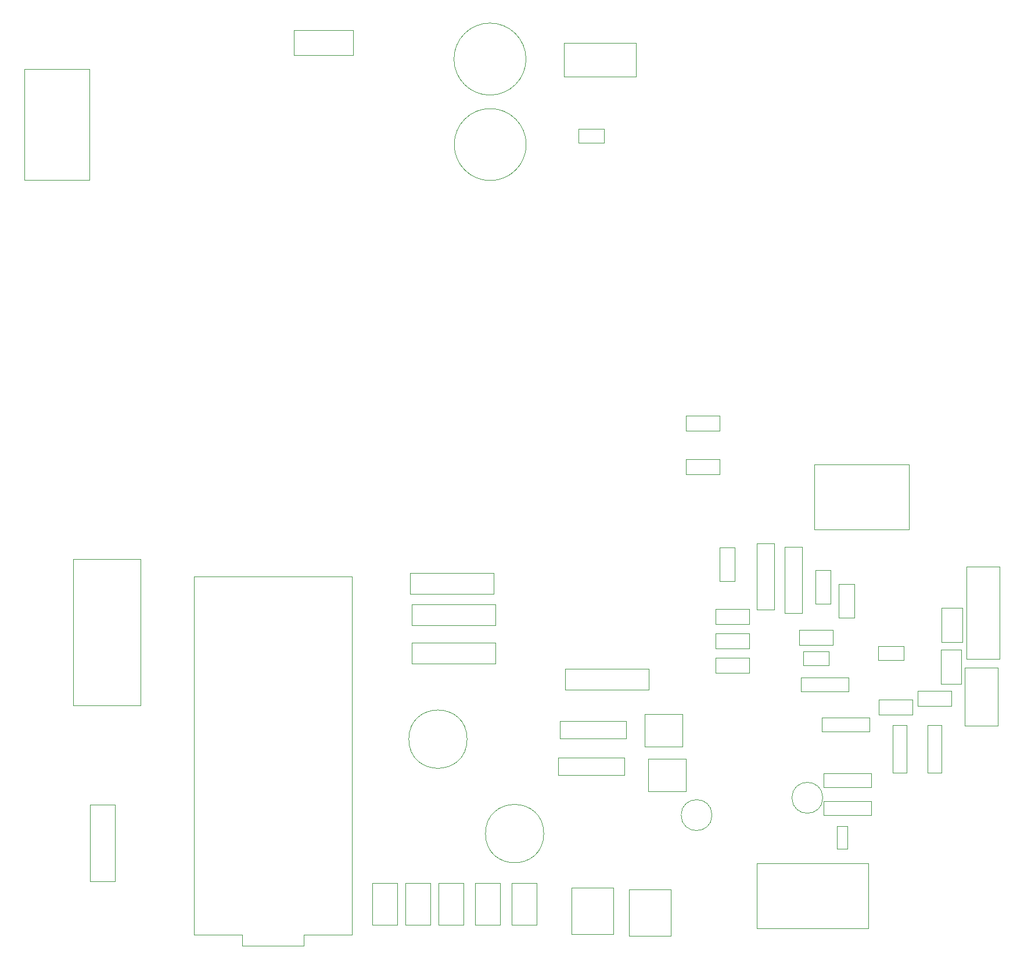
<source format=gbr>
%TF.GenerationSoftware,KiCad,Pcbnew,7.0.1*%
%TF.CreationDate,2023-05-11T18:44:24-05:00*%
%TF.ProjectId,CircuitoPotencia,43697263-7569-4746-9f50-6f74656e6369,rev?*%
%TF.SameCoordinates,Original*%
%TF.FileFunction,Other,User*%
%FSLAX46Y46*%
G04 Gerber Fmt 4.6, Leading zero omitted, Abs format (unit mm)*
G04 Created by KiCad (PCBNEW 7.0.1) date 2023-05-11 18:44:24*
%MOMM*%
%LPD*%
G01*
G04 APERTURE LIST*
%ADD10C,0.050000*%
G04 APERTURE END LIST*
D10*
%TO.C,SW2*%
X97947500Y-146839000D02*
X97947500Y-140689000D01*
X97947500Y-140689000D02*
X94347500Y-140689000D01*
X94347500Y-146839000D02*
X97947500Y-146839000D01*
X94347500Y-140689000D02*
X94347500Y-146839000D01*
%TO.C,J3*%
X45850000Y-93460000D02*
X45850000Y-114820000D01*
X45850000Y-114820000D02*
X55750000Y-114820000D01*
X55750000Y-93460000D02*
X45850000Y-93460000D01*
X55750000Y-114820000D02*
X55750000Y-93460000D01*
%TO.C,R7*%
X95216000Y-100100000D02*
X95216000Y-103100000D01*
X95216000Y-103100000D02*
X107476000Y-103100000D01*
X107476000Y-100100000D02*
X95216000Y-100100000D01*
X107476000Y-103100000D02*
X107476000Y-100100000D01*
%TO.C,J1*%
X51973500Y-140484000D02*
X51973500Y-129284000D01*
X51973500Y-129284000D02*
X48373500Y-129284000D01*
X48373500Y-140484000D02*
X51973500Y-140484000D01*
X48373500Y-129284000D02*
X48373500Y-140484000D01*
%TO.C,R10*%
X173900000Y-114912000D02*
X169000000Y-114912000D01*
X173900000Y-112672000D02*
X173900000Y-114912000D01*
X169000000Y-114912000D02*
X169000000Y-112672000D01*
X169000000Y-112672000D02*
X173900000Y-112672000D01*
%TO.C,C5*%
X152298000Y-106970000D02*
X156058000Y-106970000D01*
X152298000Y-108930000D02*
X152298000Y-106970000D01*
X156058000Y-106970000D02*
X156058000Y-108930000D01*
X156058000Y-108930000D02*
X152298000Y-108930000D01*
%TO.C,J6*%
X180662000Y-109268000D02*
X175862000Y-109268000D01*
X175862000Y-109268000D02*
X175862000Y-117768000D01*
X180662000Y-117768000D02*
X180662000Y-109268000D01*
X175862000Y-117768000D02*
X180662000Y-117768000D01*
%TO.C,R6*%
X162240000Y-130844000D02*
X162240000Y-128744000D01*
X162240000Y-128744000D02*
X155260000Y-128744000D01*
X155260000Y-130844000D02*
X162240000Y-130844000D01*
X155260000Y-128744000D02*
X155260000Y-130844000D01*
%TO.C,J8*%
X145560000Y-137802000D02*
X161780000Y-137802000D01*
X145560000Y-147302000D02*
X145560000Y-137802000D01*
X161780000Y-137802000D02*
X161780000Y-147302000D01*
X161780000Y-147302000D02*
X145560000Y-147302000D01*
%TO.C,SW5*%
X113441500Y-146839000D02*
X113441500Y-140689000D01*
X113441500Y-140689000D02*
X109841500Y-140689000D01*
X109841500Y-146839000D02*
X113441500Y-146839000D01*
X109841500Y-140689000D02*
X109841500Y-146839000D01*
%TO.C,C7*%
X114486000Y-133506651D02*
G75*
G03*
X114486000Y-133506651I-4250000J0D01*
G01*
%TO.C,J4*%
X180916000Y-94576000D02*
X176116000Y-94576000D01*
X176116000Y-94576000D02*
X176116000Y-108076000D01*
X180916000Y-108076000D02*
X180916000Y-94576000D01*
X176116000Y-108076000D02*
X180916000Y-108076000D01*
%TO.C,CIn3*%
X111894500Y-20556750D02*
G75*
G03*
X111894500Y-20556750I-5250000J0D01*
G01*
%TO.C,D6*%
X148062000Y-91152000D02*
X145562000Y-91152000D01*
X145562000Y-91152000D02*
X145562000Y-100872000D01*
X148062000Y-100872000D02*
X148062000Y-91152000D01*
X145562000Y-100872000D02*
X148062000Y-100872000D01*
%TO.C,R5*%
X155260000Y-124680000D02*
X155260000Y-126780000D01*
X155260000Y-126780000D02*
X162240000Y-126780000D01*
X162240000Y-124680000D02*
X155260000Y-124680000D01*
X162240000Y-126780000D02*
X162240000Y-124680000D01*
%TO.C,D9*%
X175490000Y-100546000D02*
X175490000Y-105546000D01*
X172490000Y-100546000D02*
X175490000Y-100546000D01*
X175490000Y-105546000D02*
X172490000Y-105546000D01*
X172490000Y-105546000D02*
X172490000Y-100546000D01*
%TO.C,C2*%
X155158000Y-128282000D02*
G75*
G03*
X155158000Y-128282000I-2250000J0D01*
G01*
%TO.C,R8*%
X94962000Y-95528000D02*
X94962000Y-98528000D01*
X94962000Y-98528000D02*
X107222000Y-98528000D01*
X107222000Y-95528000D02*
X94962000Y-95528000D01*
X107222000Y-98528000D02*
X107222000Y-95528000D01*
%TO.C,R14*%
X139536000Y-107846000D02*
X144436000Y-107846000D01*
X139536000Y-110086000D02*
X139536000Y-107846000D01*
X144436000Y-107846000D02*
X144436000Y-110086000D01*
X144436000Y-110086000D02*
X139536000Y-110086000D01*
%TO.C,R4*%
X161986000Y-118652000D02*
X161986000Y-116552000D01*
X161986000Y-116552000D02*
X155006000Y-116552000D01*
X155006000Y-118652000D02*
X161986000Y-118652000D01*
X155006000Y-116552000D02*
X155006000Y-118652000D01*
%TO.C,D5*%
X149626000Y-101380000D02*
X152126000Y-101380000D01*
X152126000Y-101380000D02*
X152126000Y-91660000D01*
X149626000Y-91660000D02*
X149626000Y-101380000D01*
X152126000Y-91660000D02*
X149626000Y-91660000D01*
%TO.C,C1*%
X139010099Y-130810000D02*
G75*
G03*
X139010099Y-130810000I-2250000J0D01*
G01*
%TO.C,R15*%
X157511500Y-102018000D02*
X157511500Y-97118000D01*
X159751500Y-102018000D02*
X157511500Y-102018000D01*
X157511500Y-97118000D02*
X159751500Y-97118000D01*
X159751500Y-97118000D02*
X159751500Y-102018000D01*
%TO.C,D4*%
X116552000Y-122448000D02*
X116552000Y-124948000D01*
X116552000Y-124948000D02*
X126272000Y-124948000D01*
X126272000Y-122448000D02*
X116552000Y-122448000D01*
X126272000Y-124948000D02*
X126272000Y-122448000D01*
%TO.C,Q2*%
X135199500Y-127338000D02*
X135199500Y-122598000D01*
X135199500Y-127338000D02*
X129739500Y-127338000D01*
X129739500Y-122598000D02*
X135199500Y-122598000D01*
X129739500Y-122598000D02*
X129739500Y-127338000D01*
%TO.C,Input110*%
X38800000Y-38210000D02*
X38800000Y-21990000D01*
X48300000Y-38210000D02*
X38800000Y-38210000D01*
X38800000Y-21990000D02*
X48300000Y-21990000D01*
X48300000Y-21990000D02*
X48300000Y-38210000D01*
%TO.C,SW1*%
X93121500Y-146839000D02*
X93121500Y-140689000D01*
X93121500Y-140689000D02*
X89521500Y-140689000D01*
X89521500Y-146839000D02*
X93121500Y-146839000D01*
X89521500Y-140689000D02*
X89521500Y-146839000D01*
%TO.C,R3*%
X151958000Y-110710000D02*
X151958000Y-112810000D01*
X151958000Y-112810000D02*
X158938000Y-112810000D01*
X158938000Y-110710000D02*
X151958000Y-110710000D01*
X158938000Y-112810000D02*
X158938000Y-110710000D01*
%TO.C,R19*%
X142344000Y-91784000D02*
X142344000Y-96684000D01*
X140104000Y-91784000D02*
X142344000Y-91784000D01*
X142344000Y-96684000D02*
X140104000Y-96684000D01*
X140104000Y-96684000D02*
X140104000Y-91784000D01*
%TO.C,R2*%
X167420000Y-117668000D02*
X165320000Y-117668000D01*
X165320000Y-117668000D02*
X165320000Y-124648000D01*
X167420000Y-124648000D02*
X167420000Y-117668000D01*
X165320000Y-124648000D02*
X167420000Y-124648000D01*
%TO.C,C6*%
X103310000Y-119731349D02*
G75*
G03*
X103310000Y-119731349I-4250000J0D01*
G01*
%TO.C,A1*%
X86546200Y-148290000D02*
X79526200Y-148290000D01*
X79526200Y-149860000D01*
X70486200Y-149860000D01*
X70486200Y-148290000D01*
X63466200Y-148290000D01*
X63466200Y-95990000D01*
X86546200Y-95990000D01*
X86546200Y-148290000D01*
%TO.C,R1*%
X170400000Y-124648000D02*
X172500000Y-124648000D01*
X172500000Y-124648000D02*
X172500000Y-117668000D01*
X170400000Y-117668000D02*
X170400000Y-124648000D01*
X172500000Y-117668000D02*
X170400000Y-117668000D01*
%TO.C,C3*%
X158718000Y-132462000D02*
X158718000Y-135762000D01*
X157258000Y-132462000D02*
X158718000Y-132462000D01*
X158718000Y-135762000D02*
X157258000Y-135762000D01*
X157258000Y-135762000D02*
X157258000Y-132462000D01*
%TO.C,Q1*%
X134691500Y-120840000D02*
X134691500Y-116100000D01*
X134691500Y-120840000D02*
X129231500Y-120840000D01*
X129231500Y-116100000D02*
X134691500Y-116100000D01*
X129231500Y-116100000D02*
X129231500Y-120840000D01*
%TO.C,D3*%
X116806000Y-117114000D02*
X116806000Y-119614000D01*
X116806000Y-119614000D02*
X126526000Y-119614000D01*
X126526000Y-117114000D02*
X116806000Y-117114000D01*
X126526000Y-119614000D02*
X126526000Y-117114000D01*
%TO.C,CIn0*%
X123292000Y-32730000D02*
X119532000Y-32730000D01*
X123292000Y-30770000D02*
X123292000Y-32730000D01*
X119532000Y-32730000D02*
X119532000Y-30770000D01*
X119532000Y-30770000D02*
X123292000Y-30770000D01*
%TO.C,R16*%
X151728000Y-103782000D02*
X156628000Y-103782000D01*
X151728000Y-106022000D02*
X151728000Y-103782000D01*
X156628000Y-103782000D02*
X156628000Y-106022000D01*
X156628000Y-106022000D02*
X151728000Y-106022000D01*
%TO.C,D8*%
X172371500Y-111720000D02*
X172371500Y-106720000D01*
X175371500Y-111720000D02*
X172371500Y-111720000D01*
X172371500Y-106720000D02*
X175371500Y-106720000D01*
X175371500Y-106720000D02*
X175371500Y-111720000D01*
%TO.C,R18*%
X154074000Y-99986000D02*
X154074000Y-95086000D01*
X156314000Y-99986000D02*
X154074000Y-99986000D01*
X154074000Y-95086000D02*
X156314000Y-95086000D01*
X156314000Y-95086000D02*
X156314000Y-99986000D01*
%TO.C,U3*%
X117432000Y-18190000D02*
X117432000Y-23100000D01*
X117432000Y-23100000D02*
X127932000Y-23100000D01*
X127932000Y-18190000D02*
X117432000Y-18190000D01*
X127932000Y-23100000D02*
X127932000Y-18190000D01*
%TO.C,CIn4*%
X111930000Y-33020000D02*
G75*
G03*
X111930000Y-33020000I-5250000J0D01*
G01*
%TO.C,JP1*%
X78080000Y-19980000D02*
X86730000Y-19980000D01*
X86730000Y-19980000D02*
X86730000Y-16380000D01*
X78080000Y-16380000D02*
X78080000Y-19980000D01*
X86730000Y-16380000D02*
X78080000Y-16380000D01*
%TO.C,R11*%
X139536000Y-104290000D02*
X144436000Y-104290000D01*
X139536000Y-106530000D02*
X139536000Y-104290000D01*
X144436000Y-104290000D02*
X144436000Y-106530000D01*
X144436000Y-106530000D02*
X139536000Y-106530000D01*
%TO.C,R9*%
X144462000Y-102974000D02*
X139562000Y-102974000D01*
X144462000Y-100734000D02*
X144462000Y-102974000D01*
X139562000Y-102974000D02*
X139562000Y-100734000D01*
X139562000Y-100734000D02*
X144462000Y-100734000D01*
%TO.C,R17*%
X163319500Y-113942000D02*
X168219500Y-113942000D01*
X163319500Y-116182000D02*
X163319500Y-113942000D01*
X168219500Y-113942000D02*
X168219500Y-116182000D01*
X168219500Y-116182000D02*
X163319500Y-116182000D01*
%TO.C,C4*%
X166980000Y-108168000D02*
X163220000Y-108168000D01*
X166980000Y-106208000D02*
X166980000Y-108168000D01*
X163220000Y-108168000D02*
X163220000Y-106208000D01*
X163220000Y-106208000D02*
X166980000Y-106208000D01*
%TO.C,R12*%
X135218000Y-78890000D02*
X140118000Y-78890000D01*
X135218000Y-81130000D02*
X135218000Y-78890000D01*
X140118000Y-78890000D02*
X140118000Y-81130000D01*
X140118000Y-81130000D02*
X135218000Y-81130000D01*
%TO.C,J2*%
X126889500Y-141614000D02*
X126889500Y-148414000D01*
X126889500Y-148414000D02*
X132969500Y-148414000D01*
X132969500Y-141614000D02*
X126889500Y-141614000D01*
X132969500Y-148414000D02*
X132969500Y-141614000D01*
%TO.C,R13*%
X140118000Y-74780000D02*
X135218000Y-74780000D01*
X140118000Y-72540000D02*
X140118000Y-74780000D01*
X135218000Y-74780000D02*
X135218000Y-72540000D01*
X135218000Y-72540000D02*
X140118000Y-72540000D01*
%TO.C,J5*%
X153942000Y-79638000D02*
X153942000Y-89138000D01*
X153942000Y-89138000D02*
X167742000Y-89138000D01*
X167742000Y-79638000D02*
X153942000Y-79638000D01*
X167742000Y-89138000D02*
X167742000Y-79638000D01*
%TO.C,R21*%
X117568000Y-109498000D02*
X117568000Y-112498000D01*
X117568000Y-112498000D02*
X129828000Y-112498000D01*
X129828000Y-109498000D02*
X117568000Y-109498000D01*
X129828000Y-112498000D02*
X129828000Y-109498000D01*
%TO.C,SW4*%
X108107500Y-146839000D02*
X108107500Y-140689000D01*
X108107500Y-140689000D02*
X104507500Y-140689000D01*
X104507500Y-146839000D02*
X108107500Y-146839000D01*
X104507500Y-140689000D02*
X104507500Y-146839000D01*
%TO.C,J9*%
X124587500Y-148200000D02*
X124587500Y-141400000D01*
X124587500Y-141400000D02*
X118507500Y-141400000D01*
X118507500Y-148200000D02*
X124587500Y-148200000D01*
X118507500Y-141400000D02*
X118507500Y-148200000D01*
%TO.C,R20*%
X107476000Y-108688000D02*
X107476000Y-105688000D01*
X107476000Y-105688000D02*
X95216000Y-105688000D01*
X95216000Y-108688000D02*
X107476000Y-108688000D01*
X95216000Y-105688000D02*
X95216000Y-108688000D01*
%TO.C,SW3*%
X102773500Y-146834000D02*
X102773500Y-140684000D01*
X102773500Y-140684000D02*
X99173500Y-140684000D01*
X99173500Y-146834000D02*
X102773500Y-146834000D01*
X99173500Y-140684000D02*
X99173500Y-146834000D01*
%TD*%
M02*

</source>
